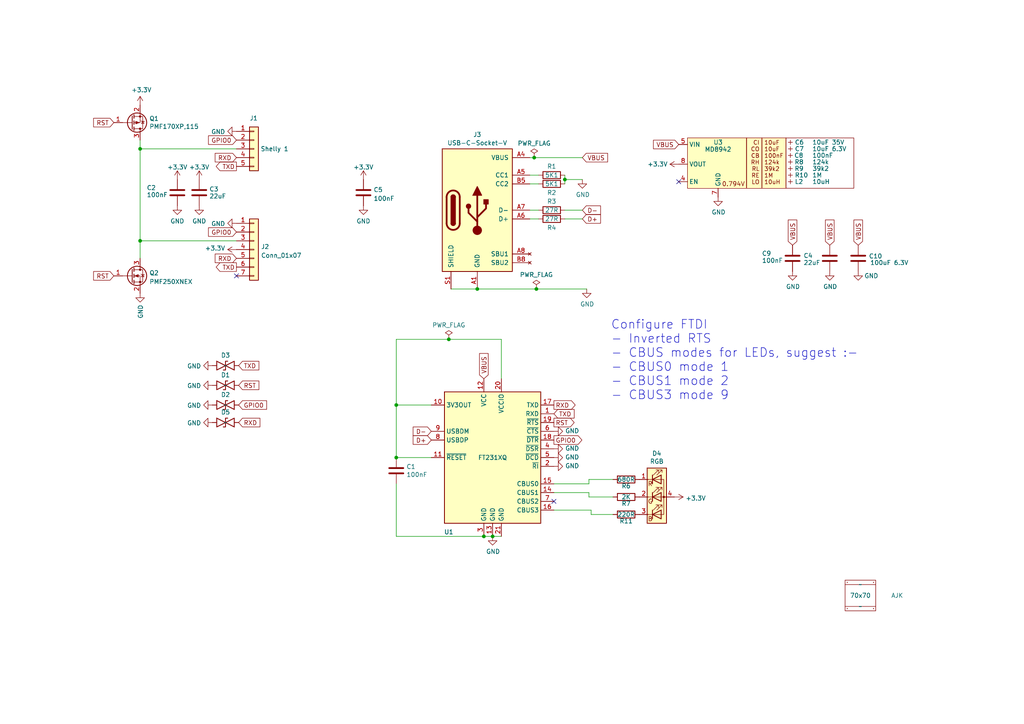
<source format=kicad_sch>
(kicad_sch (version 20241209) (generator "eeschema") (generator_version "9.0")
  (paper "A4")
  (title_block (title "Tasmotizer") (rev "4") (company "Adrian Kennard, Andrews & Arnold Ltd") (comment 1 "toot.me.uk/@RevK") (comment 2 "www.me.uk"))
  (lib_symbols
    (symbol "Connector_Generic:Conn_01x05" (pin_names (offset 1.016) (hide yes))
      (property "Reference" "J" (at 0 7.62 0))
      (property "Value" "Conn_01x05" (at 0 -7.62 0))
      (symbol "Conn_01x05_1_1"
        (rectangle (start -1.27 6.35) (end 1.27 -6.35) (stroke (width 0.254)) (fill (type background)))
        (rectangle (start -1.27 5.207) (end 0 4.953) (stroke (width 0.1524)))
        (rectangle (start -1.27 2.667) (end 0 2.413) (stroke (width 0.1524)))
        (rectangle (start -1.27 0.127) (end 0 -0.127) (stroke (width 0.1524)))
        (rectangle (start -1.27 -2.413) (end 0 -2.667) (stroke (width 0.1524)))
        (rectangle (start -1.27 -4.953) (end 0 -5.207) (stroke (width 0.1524)))
        (pin passive line (at -5.08 5.08 0) (length 3.81) (name "Pin_1") (number "1"))
        (pin passive line (at -5.08 2.54 0) (length 3.81) (name "Pin_2") (number "2"))
        (pin passive line (at -5.08 0 0) (length 3.81) (name "Pin_3") (number "3"))
        (pin passive line (at -5.08 -2.54 0) (length 3.81) (name "Pin_4") (number "4"))
        (pin passive line (at -5.08 -5.08 0) (length 3.81) (name "Pin_5") (number "5"))
      )
    )
    (symbol "Connector_Generic:Conn_01x07" (pin_names (offset 1.016) (hide yes))
      (property "Reference" "J" (at 0 10.16 0))
      (property "Value" "Conn_01x07" (at 0 -10.16 0))
      (symbol "Conn_01x07_1_1"
        (rectangle (start -1.27 8.89) (end 1.27 -8.89) (stroke (width 0.254)) (fill (type background)))
        (rectangle (start -1.27 7.747) (end 0 7.493) (stroke (width 0.1524)))
        (rectangle (start -1.27 5.207) (end 0 4.953) (stroke (width 0.1524)))
        (rectangle (start -1.27 2.667) (end 0 2.413) (stroke (width 0.1524)))
        (rectangle (start -1.27 0.127) (end 0 -0.127) (stroke (width 0.1524)))
        (rectangle (start -1.27 -2.413) (end 0 -2.667) (stroke (width 0.1524)))
        (rectangle (start -1.27 -4.953) (end 0 -5.207) (stroke (width 0.1524)))
        (rectangle (start -1.27 -7.493) (end 0 -7.747) (stroke (width 0.1524)))
        (pin passive line (at -5.08 7.62 0) (length 3.81) (name "Pin_1") (number "1"))
        (pin passive line (at -5.08 5.08 0) (length 3.81) (name "Pin_2") (number "2"))
        (pin passive line (at -5.08 2.54 0) (length 3.81) (name "Pin_3") (number "3"))
        (pin passive line (at -5.08 0 0) (length 3.81) (name "Pin_4") (number "4"))
        (pin passive line (at -5.08 -2.54 0) (length 3.81) (name "Pin_5") (number "5"))
        (pin passive line (at -5.08 -5.08 0) (length 3.81) (name "Pin_6") (number "6"))
        (pin passive line (at -5.08 -7.62 0) (length 3.81) (name "Pin_7") (number "7"))
      )
    )
    (symbol "Device:C" (pin_numbers (hide yes)) (pin_names (offset 0.254))
      (property "Reference" "C" (at 0.635 2.54 0))
      (property "Value" "C" (at 0.635 -2.54 0))
      (symbol "C_0_1"
        (polyline (pts (xy -2.032 0.762) (xy 2.032 0.762)) (stroke (width 0.508)))
        (polyline (pts (xy -2.032 -0.762) (xy 2.032 -0.762)) (stroke (width 0.508)))
      )
      (symbol "C_1_1"
        (pin passive line (at 0 3.81 270) (length 2.794) (name "~") (number "1"))
        (pin passive line (at 0 -3.81 90) (length 2.794) (name "~") (number "2"))
      )
    )
    (symbol "Device:LED_RGBA" (pin_names (offset 0) (hide yes))
      (property "Reference" "D" (at 0 9.398 0))
      (property "Value" "LED_RGBA" (at 0 -8.89 0))
      (symbol "LED_RGBA_0_0"
        (text "R" (at -1.905 3.81 0) (effects (font (size 1.27 1.27))))
        (text "G" (at -1.905 -1.27 0) (effects (font (size 1.27 1.27))))
        (text "B" (at -1.905 -6.35 0) (effects (font (size 1.27 1.27))))
      )
      (symbol "LED_RGBA_0_1"
        (polyline (pts (xy -1.27 6.35) (xy -1.27 3.81) (xy -1.27 3.81)))
        (polyline (pts (xy -1.27 6.35) (xy -1.27 3.81)) (stroke (width 0.254)))
        (polyline (pts (xy -1.27 5.08) (xy 1.27 5.08)))
        (polyline (pts (xy -1.27 5.08) (xy -2.54 5.08)))
        (polyline (pts (xy -1.27 1.27) (xy -1.27 -1.27)) (stroke (width 0.254)))
        (polyline (pts (xy -1.27 1.27) (xy -1.27 -1.27) (xy -1.27 -1.27)))
        (polyline (pts (xy -1.27 0) (xy -2.54 0)))
        (polyline (pts (xy -1.27 -3.81) (xy -1.27 -6.35)) (stroke (width 0.254)))
        (polyline (pts (xy -1.27 -5.08) (xy -2.54 -5.08)))
        (polyline (pts (xy -1.27 -5.08) (xy 1.27 -5.08)))
        (polyline (pts (xy -1.016 6.35) (xy 0.508 7.874) (xy -0.254 7.874) (xy 0.508 7.874) (xy 0.508 7.112)))
        (polyline (pts (xy -1.016 1.27) (xy 0.508 2.794) (xy -0.254 2.794) (xy 0.508 2.794) (xy 0.508 2.032)))
        (polyline (pts (xy -1.016 -3.81) (xy 0.508 -2.286) (xy -0.254 -2.286) (xy 0.508 -2.286) (xy 0.508 -3.048)))
        (polyline (pts (xy 0 6.35) (xy 1.524 7.874) (xy 0.762 7.874) (xy 1.524 7.874) (xy 1.524 7.112)))
        (polyline (pts (xy 0 1.27) (xy 1.524 2.794) (xy 0.762 2.794) (xy 1.524 2.794) (xy 1.524 2.032)))
        (polyline (pts (xy 0 -3.81) (xy 1.524 -2.286) (xy 0.762 -2.286) (xy 1.524 -2.286) (xy 1.524 -3.048)))
        (polyline (pts (xy 1.27 6.35) (xy 1.27 3.81) (xy -1.27 5.08) (xy 1.27 6.35)) (stroke (width 0.254)))
        (rectangle (start 1.27 6.35) (end 1.27 6.35))
        (rectangle (start 1.27 3.81) (end 1.27 6.35))
        (rectangle (start 1.27 1.27) (end 1.27 1.27))
        (polyline (pts (xy 1.27 1.27) (xy 1.27 -1.27) (xy -1.27 0) (xy 1.27 1.27)) (stroke (width 0.254)))
        (polyline (pts (xy 1.27 0) (xy -1.27 0)))
        (polyline (pts (xy 1.27 0) (xy 2.54 0)))
        (rectangle (start 1.27 -1.27) (end 1.27 1.27))
        (polyline (pts (xy 1.27 -3.81) (xy 1.27 -6.35) (xy -1.27 -5.08) (xy 1.27 -3.81)) (stroke (width 0.254)))
        (polyline (pts (xy 1.27 -5.08) (xy 2.032 -5.08) (xy 2.032 5.08) (xy 1.27 5.08)))
        (circle (center 2.032 0) (radius 0.254) (fill (type outline)))
        (rectangle (start 2.794 8.382) (end -2.794 -7.62) (stroke (width 0.254)) (fill (type background)))
      )
      (symbol "LED_RGBA_1_1"
        (pin passive line (at -5.08 5.08 0) (length 2.54) (name "RK") (number "1"))
        (pin passive line (at -5.08 0 0) (length 2.54) (name "GK") (number "2"))
        (pin passive line (at -5.08 -5.08 0) (length 2.54) (name "BK") (number "3"))
        (pin passive line (at 5.08 0 180) (length 2.54) (name "A") (number "4"))
      )
    )
    (symbol "Device:Q_PMOS_GSD" (pin_names (offset 0) (hide yes))
      (property "Reference" "Q" (at 5.08 1.27 0))
      (property "Value" "Q_PMOS_GSD" (at 5.08 -1.27 0))
      (symbol "Q_PMOS_GSD_0_1"
        (polyline (pts (xy 0.254 1.905) (xy 0.254 -1.905)) (stroke (width 0.254)))
        (polyline (pts (xy 0.254 0) (xy -2.54 0)))
        (polyline (pts (xy 0.762 2.286) (xy 0.762 1.27)) (stroke (width 0.254)))
        (polyline (pts (xy 0.762 1.778) (xy 3.302 1.778) (xy 3.302 -1.778) (xy 0.762 -1.778)))
        (polyline (pts (xy 0.762 0.508) (xy 0.762 -0.508)) (stroke (width 0.254)))
        (polyline (pts (xy 0.762 -1.27) (xy 0.762 -2.286)) (stroke (width 0.254)))
        (circle (center 1.651 0) (radius 2.794) (stroke (width 0.254)))
        (polyline (pts (xy 2.286 0) (xy 1.27 0.381) (xy 1.27 -0.381) (xy 2.286 0)) (fill (type outline)))
        (polyline (pts (xy 2.54 2.54) (xy 2.54 1.778)))
        (circle (center 2.54 1.778) (radius 0.254) (fill (type outline)))
        (circle (center 2.54 -1.778) (radius 0.254) (fill (type outline)))
        (polyline (pts (xy 2.54 -2.54) (xy 2.54 0) (xy 0.762 0)))
        (polyline (pts (xy 2.794 -0.508) (xy 2.921 -0.381) (xy 3.683 -0.381) (xy 3.81 -0.254)))
        (polyline (pts (xy 3.302 -0.381) (xy 2.921 0.254) (xy 3.683 0.254) (xy 3.302 -0.381)))
      )
      (symbol "Q_PMOS_GSD_1_1"
        (pin input line (at -5.08 0 0) (length 2.54) (name "G") (number "1"))
        (pin passive line (at 2.54 5.08 270) (length 2.54) (name "D") (number "3"))
        (pin passive line (at 2.54 -5.08 90) (length 2.54) (name "S") (number "2"))
      )
    )
    (symbol "Device:R" (pin_numbers (hide yes)) (pin_names (offset 0))
      (property "Reference" "R" (at 2.032 0 90))
      (property "Value" "R" (at 0 0 90))
      (symbol "R_0_1"
        (rectangle (start -1.016 -2.54) (end 1.016 2.54) (stroke (width 0.254)))
      )
      (symbol "R_1_1"
        (pin passive line (at 0 3.81 270) (length 1.27) (name "~") (number "1"))
        (pin passive line (at 0 -3.81 90) (length 1.27) (name "~") (number "2"))
      )
    )
    (symbol "RevK:AJK" (pin_names (offset 1.016)) (in_bom no)
      (property "Value" "AJK" (at 0 0 0))
    )
    (symbol "RevK:ES05D1MC10" (pin_numbers (hide yes))
      (property "Reference" "D" (at 0 2.54 0))
      (symbol "ES05D1MC10_0_1"
        (polyline (pts (xy -2.54 1.27) (xy -2.54 -1.27) (xy 0 0) (xy -2.54 1.27)) (stroke (width 0.254)))
        (polyline (pts (xy 2.54 -1.27) (xy 2.54 1.27) (xy 0 0) (xy 2.54 -1.27)) (stroke (width 0.254)))
      )
      (symbol "ES05D1MC10_1_1"
        (polyline (pts (xy 0.635 1.27) (xy 0 1.27) (xy 0 -1.27) (xy -0.635 -1.27)) (stroke (width 0.254)))
        (pin passive line (at -3.81 0 0) (length 1.27) (name "~") (number "2"))
        (pin passive line (at 3.81 0 180) (length 1.27) (name "~") (number "1"))
      )
    )
    (symbol "RevK:FT231XQ"
      (property "Reference" "U" (at -13.97 20.32 0))
      (property "Value" "FT231XQ" (at 6.35 20.32 0))
      (symbol "FT231XQ_0_1"
        (rectangle (start -13.97 19.05) (end 13.97 -19.05) (stroke (width 0.254)) (fill (type background)))
      )
      (symbol "FT231XQ_1_1"
        (pin passive line (at -17.78 15.24 0) (length 3.81) (name "3V3OUT") (number "10"))
        (pin bidirectional line (at -17.78 7.62 0) (length 3.81) (name "USBDM") (number "9"))
        (pin bidirectional line (at -17.78 5.08 0) (length 3.81) (name "USBDP") (number "8"))
        (pin input line (at -17.78 0 0) (length 3.81) (name "~{RESET}") (number "11"))
        (pin power_in line (at -2.54 22.86 270) (length 3.81) (name "VCC") (number "12"))
        (pin power_in line (at -2.54 -22.86 90) (length 3.81) (name "GND") (number "3"))
        (pin power_in line (at 0 -22.86 90) (length 3.81) (name "GND") (number "13"))
        (pin power_in line (at 2.54 22.86 270) (length 3.81) (name "VCCIO") (number "20"))
        (pin power_in line (at 2.54 -22.86 90) (length 3.81) (name "GND") (number "21"))
        (pin output line (at 17.78 15.24 180) (length 3.81) (name "TXD") (number "17"))
        (pin input line (at 17.78 12.7 180) (length 3.81) (name "RXD") (number "1"))
        (pin output line (at 17.78 10.16 180) (length 3.81) (name "~{RTS}") (number "19"))
        (pin input line (at 17.78 7.62 180) (length 3.81) (name "~{CTS}") (number "6"))
        (pin output line (at 17.78 5.08 180) (length 3.81) (name "~{DTR}") (number "18"))
        (pin input line (at 17.78 2.54 180) (length 3.81) (name "~{DSR}") (number "4"))
        (pin input line (at 17.78 0 180) (length 3.81) (name "~{DCD}") (number "5"))
        (pin input line (at 17.78 -2.54 180) (length 3.81) (name "~{RI}") (number "2"))
        (pin bidirectional line (at 17.78 -7.62 180) (length 3.81) (name "CBUS0") (number "15"))
        (pin bidirectional line (at 17.78 -10.16 180) (length 3.81) (name "CBUS1") (number "14"))
        (pin bidirectional line (at 17.78 -12.7 180) (length 3.81) (name "CBUS2") (number "7"))
        (pin bidirectional line (at 17.78 -15.24 180) (length 3.81) (name "CBUS3") (number "16"))
      )
    )
    (symbol "RevK:Hidden" (pin_names (offset 1.016)) (in_bom no)
      (property "Reference" "Z" (at 0.635 0 0))
      (property "Value" "Hidden" (at 4.445 0 0))
      (symbol "Hidden_0_1"
        (polyline (pts (xy -0.635 0) (xy 0.635 0)) (stroke (width 0.1524)))
        (polyline (pts (xy 0 0.635) (xy 0 -0.635)) (stroke (width 0.1524)))
      )
    )
    (symbol "RevK:MD89420-RegBlock"
      (property "Reference" "U" (at -0.635 4.445 0))
      (property "Value" "MD8942" (at 0 6.35 0))
      (property "MPN" "C2684786" (at 0 0 0))
      (symbol "MD89420-RegBlock_1_1"
        (rectangle (start -8.89 7.62) (end 8.255 -6.985) (fill (type background)))
        (rectangle (start 8.255 7.62) (end 12.7 -6.985) (fill (type background)))
        (rectangle (start 12.7 7.62) (end 19.685 -6.985) (fill (type background)))
        (rectangle (start 19.685 7.62) (end 39.37 -6.985))
        (text "0.794V" (at 4.445 -5.715 0) (effects (font (size 1.27 1.27))))
        (text "CI\nCO\nCB\nRH\nRL\nRE\nLO" (at 12.065 6.985 0) (effects (font (size 1.185 1.185)) (justify right top)))
        (text "10uF\n10uF\n100nF\n124k\n39k2\n1M\n10uH" (at 13.335 6.985 0) (effects (font (size 1.185 1.185)) (justify left top)))
        (pin power_in line (at -11.43 5.715 0) (length 2.54) (name "VIN") (number "5"))
        (pin power_out line (at -11.43 0 0) (length 2.54) (name "VOUT") (number "8"))
        (pin input line (at -11.43 -5.08 0) (length 2.54) (name "EN") (number "4"))
        (pin power_in line (at 0 -9.525 90) (length 2.54) (hide yes) (name "GND") (number "2"))
        (pin power_in line (at 0 -9.525 90) (length 2.54) (name "GND") (number "7"))
        (pin no_connect line (at 5.715 1.905 0) (length 2.54) (hide yes) (name "") (number "3"))
        (pin no_connect line (at 5.715 0 0) (length 2.54) (hide yes) (name "") (number "1"))
        (pin no_connect line (at 5.715 -1.905 0) (length 2.54) (hide yes) (name "") (number "6"))
      )
    )
    (symbol "RevK:NX7002AK" (pin_names (offset 0) (hide yes))
      (property "Reference" "Q" (at 5.08 1.27 0))
      (property "Value" "NX7002AK" (at 5.08 -1.27 0))
      (symbol "NX7002AK_0_1"
        (polyline (pts (xy 0.254 1.905) (xy 0.254 -1.905)) (stroke (width 0.254)))
        (polyline (pts (xy 0.254 0) (xy -2.54 0)))
        (polyline (pts (xy 0.762 2.286) (xy 0.762 1.27)) (stroke (width 0.254)))
        (polyline (pts (xy 0.762 0.508) (xy 0.762 -0.508)) (stroke (width 0.254)))
        (polyline (pts (xy 0.762 -1.27) (xy 0.762 -2.286)) (stroke (width 0.254)))
        (polyline (pts (xy 0.762 -1.778) (xy 3.302 -1.778) (xy 3.302 1.778) (xy 0.762 1.778)))
        (polyline (pts (xy 1.016 0) (xy 2.032 0.381) (xy 2.032 -0.381) (xy 1.016 0)) (fill (type outline)))
        (circle (center 1.651 0) (radius 2.794) (stroke (width 0.254)))
        (polyline (pts (xy 2.54 2.54) (xy 2.54 1.778)))
        (circle (center 2.54 1.778) (radius 0.254) (fill (type outline)))
        (circle (center 2.54 -1.778) (radius 0.254) (fill (type outline)))
        (polyline (pts (xy 2.54 -2.54) (xy 2.54 0) (xy 0.762 0)))
        (polyline (pts (xy 2.794 0.508) (xy 2.921 0.381) (xy 3.683 0.381) (xy 3.81 0.254)))
        (polyline (pts (xy 3.302 0.381) (xy 2.921 -0.254) (xy 3.683 -0.254) (xy 3.302 0.381)))
      )
      (symbol "NX7002AK_1_1"
        (pin input line (at -5.08 0 0) (length 2.54) (name "G") (number "1"))
        (pin passive line (at 2.54 5.08 270) (length 2.54) (name "D") (number "3"))
        (pin passive line (at 2.54 -5.08 90) (length 2.54) (name "S") (number "2"))
      )
    )
    (symbol "RevK:PCB" (in_bom no)
      (property "Value" "XxY" (at 0 0 0))
      (symbol "PCB_0_1"
        (rectangle (start -4.445 4.445) (end 4.445 -4.445))
        (circle (center -3.81 3.81) (radius 0.0001))
        (circle (center -3.81 -3.81) (radius 0.0001))
        (circle (center 3.81 3.81) (radius 0.0001))
        (circle (center 3.81 -3.81) (radius 0.0001))
      )
    )
    (symbol "RevK:USB-C-Socket-H" (pin_names (offset 1.016))
      (property "Reference" "J" (at -10.16 19.05 0))
      (property "Value" "USB-C-Socket-V" (at 0.635 12.7 0))
      (symbol "USB-C-Socket-H_0_1"
        (rectangle (start -10.16 17.78) (end 10.16 -17.78) (stroke (width 0.254)) (fill (type background)))
        (polyline (pts (xy -8.89 -3.81) (xy -8.89 3.81)) (stroke (width 0.508)))
        (rectangle (start -7.62 -3.81) (end -6.35 3.81) (stroke (width 0.254)) (fill (type outline)))
        (arc (start -7.62 3.81) (mid -6.985 4.4423) (end -6.35 3.81) (stroke (width 0.254)))
        (arc (start -7.62 3.81) (mid -6.985 4.4423) (end -6.35 3.81) (stroke (width 0.254)) (fill (type outline)))
        (arc (start -8.89 3.81) (mid -6.985 5.7067) (end -5.08 3.81) (stroke (width 0.508)))
        (arc (start -5.08 -3.81) (mid -6.985 -5.7067) (end -8.89 -3.81) (stroke (width 0.508)))
        (arc (start -6.35 -3.81) (mid -6.985 -4.4423) (end -7.62 -3.81) (stroke (width 0.254)))
        (arc (start -6.35 -3.81) (mid -6.985 -4.4423) (end -7.62 -3.81) (stroke (width 0.254)) (fill (type outline)))
        (polyline (pts (xy -5.08 3.81) (xy -5.08 -3.81)) (stroke (width 0.508)))
        (circle (center -2.54 1.143) (radius 0.635) (stroke (width 0.254)) (fill (type outline)))
        (polyline (pts (xy -1.27 4.318) (xy 0 6.858) (xy 1.27 4.318) (xy -1.27 4.318)) (stroke (width 0.254)) (fill (type outline)))
        (polyline (pts (xy 0 -2.032) (xy 2.54 0.508) (xy 2.54 1.778)) (stroke (width 0.508)))
        (polyline (pts (xy 0 -3.302) (xy -2.54 -0.762) (xy -2.54 0.508)) (stroke (width 0.508)))
        (circle (center 0 -5.842) (radius 1.27) (fill (type outline)))
        (polyline (pts (xy 0 -5.842) (xy 0 4.318)) (stroke (width 0.508)))
        (rectangle (start 1.905 1.778) (end 3.175 3.048) (stroke (width 0.254)) (fill (type outline)))
      )
      (symbol "USB-C-Socket-H_1_1"
        (pin passive line (at -7.62 -22.86 90) (length 5.08) (name "SHIELD") (number "S1"))
        (pin passive line (at 0 -22.86 90) (length 5.08) (name "GND") (number "A1"))
        (pin passive line (at 0 -22.86 90) (length 5.08) (hide yes) (name "GND") (number "A12"))
        (pin passive line (at 0 -22.86 90) (length 5.08) (hide yes) (name "GND") (number "B1"))
        (pin passive line (at 0 -22.86 90) (length 5.08) (hide yes) (name "GND") (number "B12"))
        (pin passive line (at 15.24 15.24 180) (length 5.08) (name "VBUS") (number "A4"))
        (pin passive line (at 15.24 15.24 180) (length 5.08) (hide yes) (name "VBUS") (number "A9"))
        (pin passive line (at 15.24 15.24 180) (length 5.08) (hide yes) (name "VBUS") (number "B4"))
        (pin passive line (at 15.24 15.24 180) (length 5.08) (hide yes) (name "VBUS") (number "B9"))
        (pin bidirectional line (at 15.24 10.16 180) (length 5.08) (name "CC1") (number "A5"))
        (pin bidirectional line (at 15.24 7.62 180) (length 5.08) (name "CC2") (number "B5"))
        (pin bidirectional line (at 15.24 0 180) (length 5.08) (name "D-") (number "A7"))
        (pin bidirectional line (at 15.24 0 180) (length 5.08) (hide yes) (name "D-") (number "B7"))
        (pin bidirectional line (at 15.24 -2.54 180) (length 5.08) (name "D+") (number "A6"))
        (pin bidirectional line (at 15.24 -2.54 180) (length 5.08) (hide yes) (name "D+") (number "B6"))
        (pin no_connect line (at 15.24 -12.7 180) (length 5.08) (name "SBU1") (number "A8"))
        (pin no_connect line (at 15.24 -15.24 180) (length 5.08) (name "SBU2") (number "B8"))
      )
    )
    (symbol "RevK:VCUT" (in_bom no)
      (symbol "VCUT_0_1"
        (polyline (pts (xy -4.445 0) (xy 4.445 0)))
      )
    )
    (symbol "power:+3.3V" (power) (pin_names (offset 0))
      (property "Value" "+3.3V" (at 0 3.556 0))
      (symbol "+3.3V_0_1"
        (polyline (pts (xy -0.762 1.27) (xy 0 2.54)))
        (polyline (pts (xy 0 2.54) (xy 0.762 1.27)))
        (polyline (pts (xy 0 0) (xy 0 2.54)))
      )
      (symbol "+3.3V_1_1"
        (pin power_in line (at 0 0 90) (length 0) (hide yes) (name "+3.3V") (number "1"))
      )
    )
    (symbol "power:GND" (power) (pin_names (offset 0))
      (property "Value" "GND" (at 0 -3.81 0))
      (symbol "GND_0_1"
        (polyline (pts (xy 0 0) (xy 0 -1.27) (xy 1.27 -1.27) (xy 0 -2.54) (xy -1.27 -1.27) (xy 0 -1.27)))
      )
      (symbol "GND_1_1"
        (pin power_in line (at 0 0 270) (length 0) (hide yes) (name "GND") (number "1"))
      )
    )
    (symbol "power:PWR_FLAG" (power) (pin_numbers (hide yes)) (pin_names (offset 0) (hide yes))
      (property "Value" "PWR_FLAG" (at 0 3.81 0))
      (symbol "PWR_FLAG_0_0"
        (pin power_out line (at 0 0 90) (length 0) (name "pwr") (number "1"))
      )
      (symbol "PWR_FLAG_0_1"
        (polyline (pts (xy 0 0) (xy 0 1.27) (xy -1.016 1.905) (xy 0 2.54) (xy 1.016 1.905) (xy 0 1.27)))
      )
    )
  )
  (text "Configure FTDI\n- Inverted RTS\n- CBUS modes for LEDs, suggest :-\n- CBUS0 mode 1\n- CBUS1 mode 2\n- CBUS3 mode 9" (at 177.165 116.205 0) (effects (font (size 2.54 2.54)) (justify left bottom)))
  (junction (at 114.935 117.475))
  (junction (at 138.43 83.82))
  (junction (at 130.175 98.425))
  (junction (at 154.94 45.72))
  (junction (at 40.64 43.18))
  (junction (at 155.575 83.82))
  (junction (at 114.935 132.715))
  (junction (at 40.64 69.85))
  (junction (at 142.875 155.575))
  (junction (at 163.83 52.07))
  (junction (at 140.335 155.575))
  (no_connect (at 196.85 52.705))
  (no_connect (at 68.58 80.01))
  (no_connect (at 160.655 145.415))
  (wire (pts (xy 130.81 83.82) (xy 138.43 83.82)))
  (wire (pts (xy 163.83 52.07) (xy 163.83 53.34)))
  (wire (pts (xy 40.64 40.64) (xy 40.64 43.18)))
  (wire (pts (xy 170.815 140.335) (xy 170.815 139.065)))
  (wire (pts (xy 171.45 149.225) (xy 177.8 149.225)))
  (wire (pts (xy 145.415 109.855) (xy 145.415 98.425)))
  (wire (pts (xy 160.655 140.335) (xy 170.815 140.335)))
  (wire (pts (xy 155.575 83.82) (xy 170.18 83.82)))
  (wire (pts (xy 163.83 50.8) (xy 163.83 52.07)))
  (wire (pts (xy 40.64 43.18) (xy 40.64 69.85)))
  (wire (pts (xy 154.94 45.72) (xy 168.91 45.72)))
  (wire (pts (xy 171.45 147.955) (xy 171.45 149.225)))
  (wire (pts (xy 145.415 155.575) (xy 142.875 155.575)))
  (wire (pts (xy 153.67 53.34) (xy 156.21 53.34)))
  (wire (pts (xy 114.935 155.575) (xy 140.335 155.575)))
  (wire (pts (xy 163.83 60.96) (xy 168.91 60.96)))
  (wire (pts (xy 114.935 140.335) (xy 114.935 155.575)))
  (wire (pts (xy 114.935 117.475) (xy 114.935 132.715)))
  (wire (pts (xy 153.67 63.5) (xy 156.21 63.5)))
  (wire (pts (xy 130.175 98.425) (xy 114.935 98.425)))
  (wire (pts (xy 163.83 63.5) (xy 168.91 63.5)))
  (wire (pts (xy 168.91 52.07) (xy 163.83 52.07)))
  (wire (pts (xy 153.67 45.72) (xy 154.94 45.72)))
  (wire (pts (xy 153.67 60.96) (xy 156.21 60.96)))
  (wire (pts (xy 40.64 43.18) (xy 68.58 43.18)))
  (wire (pts (xy 145.415 98.425) (xy 130.175 98.425)))
  (wire (pts (xy 160.655 142.875) (xy 170.815 142.875)))
  (wire (pts (xy 153.67 50.8) (xy 156.21 50.8)))
  (wire (pts (xy 40.64 69.85) (xy 40.64 74.93)))
  (wire (pts (xy 160.655 147.955) (xy 171.45 147.955)))
  (wire (pts (xy 138.43 83.82) (xy 155.575 83.82)))
  (wire (pts (xy 140.335 155.575) (xy 142.875 155.575)))
  (wire (pts (xy 170.815 142.875) (xy 170.815 144.145)))
  (wire (pts (xy 40.64 69.85) (xy 68.58 69.85)))
  (wire (pts (xy 125.095 117.475) (xy 114.935 117.475)))
  (wire (pts (xy 170.815 144.145) (xy 177.8 144.145)))
  (wire (pts (xy 114.935 132.715) (xy 125.095 132.715)))
  (wire (pts (xy 114.935 98.425) (xy 114.935 117.475)))
  (wire (pts (xy 170.815 139.065) (xy 177.8 139.065)))
  (global_label "TXD" (shape output) (at 68.58 77.47 180) (property "Intersheetrefs" "${INTERSHEET_REFS}" (effects (hide yes))))
  (global_label "VBUS" (shape input) (at 229.87 71.12 90) (property "Intersheetrefs" "${INTERSHEET_REFS}" (effects (hide yes))))
  (global_label "TXD" (shape input) (at 160.655 120.015 0) (property "Intersheetrefs" "${INTERSHEET_REFS}" (effects (hide yes))))
  (global_label "VBUS" (shape input) (at 196.85 41.91 180) (property "Intersheetrefs" "${INTERSHEET_REFS}" (effects (hide yes))))
  (global_label "RXD" (shape output) (at 160.655 117.475 0) (property "Intersheetrefs" "${INTERSHEET_REFS}" (effects (hide yes))))
  (global_label "D-" (shape input) (at 125.095 125.095 180) (property "Intersheetrefs" "${INTERSHEET_REFS}" (effects (hide yes))))
  (global_label "GPIO0" (shape output) (at 160.655 127.635 0) (property "Intersheetrefs" "${INTERSHEET_REFS}" (effects (hide yes))))
  (global_label "RST" (shape input) (at 33.02 35.56 180) (property "Intersheetrefs" "${INTERSHEET_REFS}" (effects (hide yes))))
  (global_label "RST" (shape output) (at 160.655 122.555 0) (property "Intersheetrefs" "${INTERSHEET_REFS}" (effects (hide yes))))
  (global_label "VBUS" (shape input) (at 248.92 71.12 90) (property "Intersheetrefs" "${INTERSHEET_REFS}" (effects (hide yes))))
  (global_label "D-" (shape input) (at 168.91 60.96 0) (property "Intersheetrefs" "${INTERSHEET_REFS}" (effects (hide yes))))
  (global_label "TXD" (shape input) (at 69.215 106.045 0) (property "Intersheetrefs" "${INTERSHEET_REFS}" (effects (hide yes))))
  (global_label "RXD" (shape input) (at 68.58 74.93 180) (property "Intersheetrefs" "${INTERSHEET_REFS}" (effects (hide yes))))
  (global_label "TXD" (shape output) (at 68.58 48.26 180) (property "Intersheetrefs" "${INTERSHEET_REFS}" (effects (hide yes))))
  (global_label "RST" (shape input) (at 33.02 80.01 180) (property "Intersheetrefs" "${INTERSHEET_REFS}" (effects (hide yes))))
  (global_label "GPIO0" (shape input) (at 68.58 40.64 180) (property "Intersheetrefs" "${INTERSHEET_REFS}" (effects (hide yes))))
  (global_label "VBUS" (shape input) (at 168.91 45.72 0) (property "Intersheetrefs" "${INTERSHEET_REFS}" (effects (hide yes))))
  (global_label "GPIO0" (shape input) (at 69.215 117.475 0) (property "Intersheetrefs" "${INTERSHEET_REFS}" (effects (hide yes))))
  (global_label "VBUS" (shape input) (at 240.665 71.12 90) (property "Intersheetrefs" "${INTERSHEET_REFS}" (effects (hide yes))))
  (global_label "GPIO0" (shape input) (at 68.58 67.31 180) (property "Intersheetrefs" "${INTERSHEET_REFS}" (effects (hide yes))))
  (global_label "D+" (shape input) (at 125.095 127.635 180) (property "Intersheetrefs" "${INTERSHEET_REFS}" (effects (hide yes))))
  (global_label "RST" (shape input) (at 69.215 111.76 0) (property "Intersheetrefs" "${INTERSHEET_REFS}" (effects (hide yes))))
  (global_label "RXD" (shape input) (at 68.58 45.72 180) (property "Intersheetrefs" "${INTERSHEET_REFS}" (effects (hide yes))))
  (global_label "VBUS" (shape input) (at 140.335 109.855 90) (property "Intersheetrefs" "${INTERSHEET_REFS}" (effects (hide yes))))
  (global_label "RXD" (shape input) (at 69.215 122.555 0) (property "Intersheetrefs" "${INTERSHEET_REFS}" (effects (hide yes))))
  (global_label "D+" (shape input) (at 168.91 63.5 0) (property "Intersheetrefs" "${INTERSHEET_REFS}" (effects (hide yes))))
  (symbol (lib_id "Device:R") (at 160.02 50.8 90) (unit 1)
    (property "Reference" "R1" (at 160.02 48.26 90))
    (property "Value" "5K1" (at 160.02 50.8 90))
    (property "Footprint" "RevK:R_0402" (effects (hide yes)))
  )
  (symbol (lib_id "power:GND") (at 168.91 52.07 0) (unit 1)
    (property "Reference" "#PWR019" (effects (hide yes)))
    (property "Value" "GND" (at 169.037 56.4642 0))
  )
  (symbol (lib_id "power:GND") (at 170.18 83.82 0) (unit 1)
    (property "Reference" "#PWR020" (effects (hide yes)))
    (property "Value" "GND" (at 170.307 88.2142 0))
  )
  (symbol (lib_id "Device:R") (at 160.02 53.34 270) (unit 1)
    (property "Reference" "R2" (at 160.02 55.88 90))
    (property "Value" "5K1" (at 160.02 53.34 90))
    (property "Footprint" "RevK:R_0402" (effects (hide yes)))
  )
  (symbol (lib_id "Device:R") (at 160.02 60.96 90) (unit 1)
    (property "Reference" "R3" (at 160.02 58.42 90))
    (property "Value" "27R" (at 160.02 60.96 90))
    (property "Footprint" "RevK:R_0402" (effects (hide yes)))
  )
  (symbol (lib_id "Device:R") (at 160.02 63.5 90) (unit 1)
    (property "Reference" "R4" (at 160.02 66.04 90))
    (property "Value" "27R" (at 160.02 63.5 90))
    (property "Footprint" "RevK:R_0402" (effects (hide yes)))
  )
  (symbol (lib_id "Connector_Generic:Conn_01x05") (at 73.66 43.18 0) (unit 1)
    (property "Reference" "J1" (at 72.39 34.29 0) (effects (justify left)))
    (property "Value" "Shelly 1" (at 75.565 43.18 0) (effects (justify left)))
    (property "Footprint" "RevK:PinHeader_1x05_P2.54mm_Right" (effects (hide yes)))
    (property "Description" "Generic connector, single row, 01x05, script generated (kicad-library-utils/schlib/autogen/connector/)" (effects (hide yes)))
    (property "MPN" "C225491" (effects (hide yes)))
  )
  (symbol (lib_id "power:GND") (at 68.58 64.77 270) (unit 1)
    (property "Reference" "#PWR04" (effects (hide yes)))
    (property "Value" "GND" (at 65.3288 64.897 90) (effects (justify right)))
  )
  (symbol (lib_id "power:GND") (at 68.58 38.1 270) (unit 1)
    (property "Reference" "#PWR03" (effects (hide yes)))
    (property "Value" "GND" (at 65.3288 38.227 90) (effects (justify right)))
  )
  (symbol (lib_id "power:+3.3V") (at 68.58 72.39 90) (unit 1)
    (property "Reference" "#PWR05" (effects (hide yes)))
    (property "Value" "+3.3V" (at 65.3288 72.009 90) (effects (justify left)))
  )
  (symbol (lib_id "RevK:FT231XQ") (at 142.875 132.715 0) (unit 1)
    (property "Reference" "U1" (at 130.175 154.305 0))
    (property "Value" "FT231XQ" (at 142.875 132.715 0))
    (property "Footprint" "RevK:QFN-20-1EP_4x4mm_P0.5mm_EP2.5x2.5mm" (effects (hide yes)))
    (property "Datasheet" "https://www.ftdichip.com/Support/Documents/DataSheets/ICs/DS_FT231X.pdf" (effects (hide yes)))
    (property "Description" "Full Speed USB to Full Handshake UART, QFN-20" (effects (hide yes)))
    (property "Manufacturer" "FTDI" (effects (hide yes)))
    (property "Part No" "FT231XQ" (effects (hide yes)))
    (property "MPN" "C132159" (effects (hide yes)))
  )
  (symbol (lib_id "power:GND") (at 160.655 125.095 90) (unit 1)
    (property "Reference" "#PWR015" (effects (hide yes)))
    (property "Value" "GND" (at 163.9062 124.968 90) (effects (justify right)))
  )
  (symbol (lib_id "power:GND") (at 142.875 155.575 0) (unit 1)
    (property "Reference" "#PWR014" (effects (hide yes)))
    (property "Value" "GND" (at 143.002 159.9692 0))
  )
  (symbol (lib_id "power:GND") (at 160.655 130.175 90) (unit 1)
    (property "Reference" "#PWR016" (effects (hide yes)))
    (property "Value" "GND" (at 163.9062 130.048 90) (effects (justify right)))
  )
  (symbol (lib_id "power:GND") (at 160.655 132.715 90) (unit 1)
    (property "Reference" "#PWR017" (effects (hide yes)))
    (property "Value" "GND" (at 163.9062 132.588 90) (effects (justify right)))
  )
  (symbol (lib_id "Device:C") (at 114.935 136.525 0) (unit 1)
    (property "Reference" "C1" (at 117.856 135.3566 0) (effects (justify left)))
    (property "Value" "100nF" (at 117.856 137.668 0) (effects (justify left)))
    (property "Footprint" "RevK:C_0402" (effects (hide yes)))
  )
  (symbol (lib_id "power:GND") (at 160.655 135.255 90) (unit 1)
    (property "Reference" "#PWR018" (effects (hide yes)))
    (property "Value" "GND" (at 163.9062 135.128 90) (effects (justify right)))
  )
  (symbol (lib_id "RevK:AJK") (at 257.81 172.72 0) (unit 1) (in_bom no)
    (property "Reference" "Art1" (effects (hide yes)))
    (property "Value" "AJK" (at 258.445 172.72 0) (effects (justify left)))
    (property "Footprint" "RevK:AJK" (effects (hide yes)))
    (property "Note" "Non part, PCB printed" (effects (hide yes)))
  )
  (symbol (lib_id "Device:Q_PMOS_GSD") (at 38.1 35.56 0) (mirror x) (unit 1)
    (property "Reference" "Q1" (at 43.307 34.3916 0) (effects (justify left)))
    (property "Value" "PMF170XP,115" (at 43.307 36.703 0) (effects (justify left)))
    (property "Footprint" "RevK:SOT-323_SC-70" (effects (hide yes)))
    (property "Note" "Any P-Channel SOT323 that does 3.3V/0.5A" (effects (hide yes)))
  )
  (symbol (lib_id "power:+3.3V") (at 40.64 30.48 0) (unit 1)
    (property "Reference" "#PWR01" (effects (hide yes)))
    (property "Value" "+3.3V" (at 41.021 26.0858 0))
  )
  (symbol (lib_id "power:PWR_FLAG") (at 155.575 83.82 0) (unit 1)
    (property "Reference" "#FLG01" (effects (hide yes)))
    (property "Value" "PWR_FLAG" (at 155.575 79.6869 0))
  )
  (symbol (lib_id "Device:C") (at 57.785 55.88 0) (unit 1)
    (property "Reference" "C3" (at 60.706 54.856 0) (effects (justify left)))
    (property "Value" "22uF" (at 60.706 56.904 0) (effects (justify left)))
    (property "Footprint" "RevK:C_0603" (effects (hide yes)))
  )
  (symbol (lib_id "Device:LED_RGBA") (at 190.5 144.145 0) (unit 1)
    (property "Reference" "D4" (at 190.5 131.5212 0))
    (property "Value" "RGB" (at 190.5 133.8326 0))
    (property "Footprint" "RevK:LED-RGB-1.6x1.6" (effects (hide yes)))
    (property "Manufacturer" "Kingbright" (effects (hide yes)))
    (property "Part No" "APTF1616LSEEZGKQBKC" (effects (hide yes)))
    (property "MPN" "C264508" (effects (hide yes)))
  )
  (symbol (lib_id "power:GND") (at 61.595 122.555 270) (unit 1)
    (property "Reference" "#PWR09" (effects (hide yes)))
    (property "Value" "GND" (at 58.3438 122.682 90) (effects (justify right)))
  )
  (symbol (lib_id "Device:C") (at 240.665 74.93 0) (unit 1)
    (property "Reference" "C4" (at 233.045 74.152 0) (effects (justify left)))
    (property "Value" "22uF" (at 233.045 76.2 0) (effects (justify left)))
    (property "Footprint" "RevK:C_0603" (effects (hide yes)))
  )
  (symbol (lib_id "RevK:Hidden") (at 229.235 50.8 0) (unit 1)
    (property "Reference" "R10" (at 230.505 50.8 0) (effects (justify left)))
    (property "Value" "1M" (at 235.585 50.8 0) (effects (justify left)))
    (property "Footprint" "RevK:R_0402_" (effects (hide yes)))
  )
  (symbol (lib_id "RevK:Hidden") (at 229.235 52.705 90) (unit 1)
    (property "Reference" "L2" (at 230.505 52.705 90) (effects (justify right)))
    (property "Value" "10uH" (at 235.585 52.705 90) (effects (justify right)))
    (property "Footprint" "RevK:L_4x4_" (effects (hide yes)))
  )
  (symbol (lib_id "power:GND") (at 51.435 59.69 0) (unit 1)
    (property "Reference" "#PWR024" (effects (hide yes)))
    (property "Value" "GND" (at 51.435 64.1334 0))
  )
  (symbol (lib_id "power:GND") (at 240.665 78.74 0) (unit 1)
    (property "Reference" "#PWR030" (effects (hide yes)))
    (property "Value" "GND" (at 240.792 83.1342 0))
  )
  (symbol (lib_id "power:GND") (at 61.595 117.475 270) (unit 1)
    (property "Reference" "#PWR08" (effects (hide yes)))
    (property "Value" "GND" (at 58.3438 117.602 90) (effects (justify right)))
  )
  (symbol (lib_id "Connector_Generic:Conn_01x07") (at 73.66 72.39 0) (unit 1)
    (property "Reference" "J2" (at 75.692 71.5553 0) (effects (justify left)))
    (property "Value" "Conn_01x07" (at 75.692 74.0922 0) (effects (justify left)))
    (property "Footprint" "RevK:PinHeader_1x07_P1.27mm_Vertical" (effects (hide yes)))
    (property "MPN" "C2832274" (effects (hide yes)))
  )
  (symbol (lib_id "Device:C") (at 248.92 74.93 180) (unit 1)
    (property "Reference" "C10" (at 255.905 74.295 0) (effects (justify left)))
    (property "Value" "100uF 6.3V" (at 263.525 76.2 0) (effects (justify left)))
    (property "Footprint" "RevK:C_1206" (effects (hide yes)))
  )
  (symbol (lib_id "RevK:VCUT") (at 249.555 175.895 180) (unit 1) (exclude_from_sim yes) (in_bom no)
    (property "Reference" "V3" (effects (hide yes)))
    (property "Value" "~" (at 249.555 175.895 0))
    (property "Footprint" "RevK:VCUT70N" (effects (hide yes)))
  )
  (symbol (lib_id "power:GND") (at 61.595 111.76 270) (unit 1)
    (property "Reference" "#PWR07" (effects (hide yes)))
    (property "Value" "GND" (at 58.3438 111.887 90) (effects (justify right)))
  )
  (symbol (lib_id "power:PWR_FLAG") (at 130.175 98.425 0) (unit 1)
    (property "Reference" "#FLG03" (effects (hide yes)))
    (property "Value" "PWR_FLAG" (at 130.175 94.2919 0))
  )
  (symbol (lib_id "power:+3.3V") (at 195.58 144.145 270) (unit 1)
    (property "Reference" "#PWR022" (effects (hide yes)))
    (property "Value" "+3.3V" (at 198.8312 144.526 90) (effects (justify left)))
  )
  (symbol (lib_id "RevK:VCUT") (at 249.555 169.545 180) (unit 1) (exclude_from_sim yes) (in_bom no)
    (property "Reference" "V2" (effects (hide yes)))
    (property "Value" "~" (at 249.555 169.545 0))
    (property "Footprint" "RevK:VCUT70N" (effects (hide yes)))
  )
  (symbol (lib_id "power:+3.3V") (at 57.785 52.07 0) (unit 1)
    (property "Reference" "#PWR023" (effects (hide yes)))
    (property "Value" "+3.3V" (at 57.785 48.4942 0))
  )
  (symbol (lib_id "power:GND") (at 40.64 85.09 0) (unit 1)
    (property "Reference" "#PWR02" (effects (hide yes)))
    (property "Value" "GND" (at 40.767 88.3412 90) (effects (justify right)))
  )
  (symbol (lib_id "power:GND") (at 229.87 78.74 0) (unit 1)
    (property "Reference" "#PWR031" (effects (hide yes)))
    (property "Value" "GND" (at 229.997 83.1342 0))
  )
  (symbol (lib_id "power:GND") (at 105.41 59.69 0) (unit 1)
    (property "Reference" "#PWR026" (effects (hide yes)))
    (property "Value" "GND" (at 105.41 64.1334 0))
  )
  (symbol (lib_id "RevK:NX7002AK") (at 38.1 80.01 0) (unit 1)
    (property "Reference" "Q2" (at 43.307 79.1753 0) (effects (justify left)))
    (property "Value" "PMF250XNEX" (at 43.307 81.7122 0) (effects (justify left)))
    (property "Footprint" "RevK:SOT-323_SC-70" (effects (hide yes)))
  )
  (symbol (lib_id "RevK:ES05D1MC10") (at 65.405 122.555 0) (unit 1)
    (property "Reference" "D5" (at 65.405 119.5649 0))
    (property "Value" "~" (at 65.405 122.555 0))
    (property "Footprint" "RevK:DFN1006-2L" (effects (hide yes)))
    (property "MPN" "C5137770" (effects (hide yes)))
  )
  (symbol (lib_id "power:+3.3V") (at 196.85 47.625 90) (unit 1)
    (property "Reference" "#PWR027" (effects (hide yes)))
    (property "Value" "+3.3V" (at 193.675 47.625 90) (effects (justify left)))
  )
  (symbol (lib_id "RevK:Hidden") (at 229.235 41.275 0) (unit 1)
    (property "Reference" "C6" (at 230.505 41.275 0) (effects (justify left)))
    (property "Value" "10uF 35V" (at 235.585 41.275 0) (effects (justify left)))
    (property "Footprint" "RevK:C_0603_" (effects (hide yes)))
    (property "MPN" "C194427" (effects (hide yes)))
  )
  (symbol (lib_id "power:GND") (at 248.92 78.74 0) (unit 1)
    (property "Reference" "#PWR032" (effects (hide yes)))
    (property "Value" "GND" (at 252.73 80.01 0))
  )
  (symbol (lib_id "power:GND") (at 61.595 106.045 270) (unit 1)
    (property "Reference" "#PWR06" (effects (hide yes)))
    (property "Value" "GND" (at 58.3438 106.172 90) (effects (justify right)))
  )
  (symbol (lib_id "Device:R") (at 181.61 144.145 270) (unit 1)
    (property "Reference" "R7" (at 181.61 146.05 90))
    (property "Value" "2K" (at 181.61 144.145 90))
    (property "Footprint" "RevK:R_0402" (effects (hide yes)))
  )
  (symbol (lib_id "Device:C") (at 229.87 74.93 0) (unit 1)
    (property "Reference" "C9" (at 220.98 73.517 0) (effects (justify left)))
    (property "Value" "100nF" (at 220.98 75.565 0) (effects (justify left)))
    (property "Footprint" "RevK:C_0402" (effects (hide yes)))
  )
  (symbol (lib_id "RevK:Hidden") (at 229.235 48.895 270) (unit 1)
    (property "Reference" "R9" (at 231.775 48.895 90))
    (property "Value" "39k2" (at 235.585 48.895 90) (effects (justify left)))
    (property "Footprint" "RevK:R_0402_" (effects (hide yes)))
  )
  (symbol (lib_id "RevK:MD89420-RegBlock") (at 208.28 47.625 0) (unit 1)
    (property "Reference" "U3" (at 208.28 41.275 0))
    (property "Value" "MD8942" (at 208.28 43.323 0))
    (property "Footprint" "RevK:SOT-23-6-MD8942" (effects (hide yes)))
    (property "Datasheet" "https://datasheet.lcsc.com/lcsc/2101111937_Shanghai-Mingda-Microelectronics-MD8942_C2684786.pdf" (effects (hide yes)))
    (property "Description" "Regulator and associated components." (effects (hide yes)))
    (property "MPN" "C2684786" (effects (hide yes)))
  )
  (symbol (lib_id "power:+3.3V") (at 51.435 52.07 0) (unit 1)
    (property "Reference" "#PWR021" (effects (hide yes)))
    (property "Value" "+3.3V" (at 51.435 48.4942 0))
  )
  (symbol (lib_id "Device:R") (at 181.61 149.225 270) (unit 1)
    (property "Reference" "R11" (at 181.61 151.13 90))
    (property "Value" "220R" (at 181.61 149.225 90))
    (property "Footprint" "RevK:R_0402" (effects (hide yes)))
  )
  (symbol (lib_id "power:PWR_FLAG") (at 154.94 45.72 0) (unit 1)
    (property "Reference" "#FLG02" (effects (hide yes)))
    (property "Value" "PWR_FLAG" (at 154.94 41.5869 0))
  )
  (symbol (lib_id "RevK:ES05D1MC10") (at 65.405 117.475 0) (unit 1)
    (property "Reference" "D2" (at 65.405 114.4849 0))
    (property "Value" "~" (at 65.405 117.475 0))
    (property "Footprint" "RevK:DFN1006-2L" (effects (hide yes)))
    (property "MPN" "C5137770" (effects (hide yes)))
  )
  (symbol (lib_id "Device:R") (at 181.61 139.065 270) (unit 1)
    (property "Reference" "R6" (at 181.61 140.97 90))
    (property "Value" "680R" (at 181.61 139.065 90))
    (property "Footprint" "RevK:R_0402" (effects (hide yes)))
  )
  (symbol (lib_id "RevK:Hidden") (at 229.235 45.085 90) (unit 1)
    (property "Reference" "C8" (at 233.045 45.085 90) (effects (justify left)))
    (property "Value" "100nF" (at 235.585 45.085 90) (effects (justify right)))
    (property "Footprint" "RevK:C_0603_" (effects (hide yes)))
  )
  (symbol (lib_id "RevK:ES05D1MC10") (at 65.405 106.045 0) (unit 1)
    (property "Reference" "D3" (at 65.405 103.0549 0))
    (property "Value" "~" (at 65.405 106.045 0))
    (property "Footprint" "RevK:DFN1006-2L" (effects (hide yes)))
    (property "MPN" "C5137770" (effects (hide yes)))
  )
  (symbol (lib_id "RevK:Hidden") (at 229.235 46.99 0) (unit 1)
    (property "Reference" "R8" (at 231.775 46.99 0))
    (property "Value" "124k" (at 235.585 46.99 0) (effects (justify left)))
    (property "Footprint" "RevK:R_0402_" (effects (hide yes)))
  )
  (symbol (lib_id "power:+3.3V") (at 105.41 52.07 0) (unit 1)
    (property "Reference" "#PWR025" (effects (hide yes)))
    (property "Value" "+3.3V" (at 105.41 48.4942 0))
  )
  (symbol (lib_id "RevK:ES05D1MC10") (at 65.405 111.76 0) (unit 1)
    (property "Reference" "D1" (at 65.405 108.7699 0))
    (property "Value" "~" (at 65.405 111.76 0))
    (property "Footprint" "RevK:DFN1006-2L" (effects (hide yes)))
    (property "MPN" "C5137770" (effects (hide yes)))
  )
  (symbol (lib_id "power:GND") (at 57.785 59.69 0) (unit 1)
    (property "Reference" "#PWR029" (effects (hide yes)))
    (property "Value" "GND" (at 57.785 64.1334 0))
  )
  (symbol (lib_id "Device:C") (at 105.41 55.88 0) (unit 1)
    (property "Reference" "C5" (at 108.331 55.0453 0) (effects (justify left)))
    (property "Value" "100nF" (at 108.331 57.5822 0) (effects (justify left)))
    (property "Footprint" "RevK:C_0402" (effects (hide yes)))
  )
  (symbol (lib_id "RevK:Hidden") (at 229.235 43.18 0) (unit 1)
    (property "Reference" "C7" (at 230.505 43.18 0) (effects (justify left)))
    (property "Value" "10uF 6.3V" (at 235.585 43.18 0) (effects (justify left)))
    (property "Footprint" "RevK:C_0603_" (effects (hide yes)))
    (property "MPN" "C1691" (effects (hide yes)))
  )
  (symbol (lib_id "Device:C") (at 51.435 55.88 0) (unit 1)
    (property "Reference" "C2" (at 42.545 54.467 0) (effects (justify left)))
    (property "Value" "100nF" (at 42.545 56.515 0) (effects (justify left)))
    (property "Footprint" "RevK:C_0402" (effects (hide yes)))
  )
  (symbol (lib_id "RevK:USB-C-Socket-H") (at 138.43 60.96 0) (unit 1)
    (property "Reference" "J3" (at 138.43 39.0357 0))
    (property "Value" "USB-C-Socket-V" (at 138.43 41.4599 0))
    (property "Footprint" "RevK:USB-C-Socket-H" (effects (hide yes)))
    (property "Description" "USB 2.0-only Type-C Receptacle connector" (effects (hide yes)))
    (property "MPN" "C709357" (effects (hide yes)))
  )
  (symbol (lib_id "power:GND") (at 208.28 57.15 0) (unit 1)
    (property "Reference" "#PWR028" (effects (hide yes)))
    (property "Value" "GND" (at 208.407 61.5442 0))
  )
  (symbol (lib_id "RevK:PCB") (at 249.555 172.72 0) (unit 1) (in_bom no)
    (property "Reference" "PCB1" (effects (hide yes)))
    (property "Value" "70x70" (at 249.555 172.72 0))
    (property "Footprint" "RevK:PCB7070" (effects (hide yes)))
  )
)
</source>
